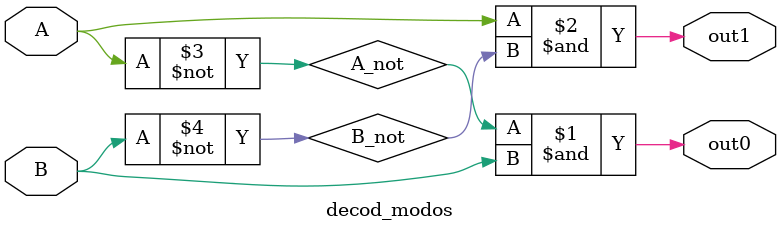
<source format=v>
module decod_modos(A, B, out0, out1);
	input A, B;
	output out0, out1;
	
	wire A_not, B_not;
	
	not (A_not, A);
	not (B_not, B);
	
	and And1 (out0, A_not, B);
	and And2 (out1, A, B_not);

	
	

endmodule 
</source>
